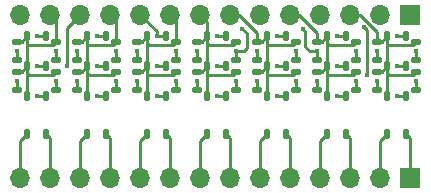
<source format=gtl>
G04 #@! TF.GenerationSoftware,KiCad,Pcbnew,(6.0.0)*
G04 #@! TF.CreationDate,2022-11-09T00:21:30-05:00*
G04 #@! TF.ProjectId,0603 display board,30363033-2064-4697-9370-6c617920626f,rev?*
G04 #@! TF.SameCoordinates,Original*
G04 #@! TF.FileFunction,Copper,L1,Top*
G04 #@! TF.FilePolarity,Positive*
%FSLAX46Y46*%
G04 Gerber Fmt 4.6, Leading zero omitted, Abs format (unit mm)*
G04 Created by KiCad (PCBNEW (6.0.0)) date 2022-11-09 00:21:30*
%MOMM*%
%LPD*%
G01*
G04 APERTURE LIST*
G04 Aperture macros list*
%AMRoundRect*
0 Rectangle with rounded corners*
0 $1 Rounding radius*
0 $2 $3 $4 $5 $6 $7 $8 $9 X,Y pos of 4 corners*
0 Add a 4 corners polygon primitive as box body*
4,1,4,$2,$3,$4,$5,$6,$7,$8,$9,$2,$3,0*
0 Add four circle primitives for the rounded corners*
1,1,$1+$1,$2,$3*
1,1,$1+$1,$4,$5*
1,1,$1+$1,$6,$7*
1,1,$1+$1,$8,$9*
0 Add four rect primitives between the rounded corners*
20,1,$1+$1,$2,$3,$4,$5,0*
20,1,$1+$1,$4,$5,$6,$7,0*
20,1,$1+$1,$6,$7,$8,$9,0*
20,1,$1+$1,$8,$9,$2,$3,0*%
G04 Aperture macros list end*
G04 #@! TA.AperFunction,SMDPad,CuDef*
%ADD10RoundRect,0.125000X0.275000X-0.125000X0.275000X0.125000X-0.275000X0.125000X-0.275000X-0.125000X0*%
G04 #@! TD*
G04 #@! TA.AperFunction,SMDPad,CuDef*
%ADD11RoundRect,0.125000X0.125000X0.275000X-0.125000X0.275000X-0.125000X-0.275000X0.125000X-0.275000X0*%
G04 #@! TD*
G04 #@! TA.AperFunction,ComponentPad*
%ADD12R,1.700000X1.700000*%
G04 #@! TD*
G04 #@! TA.AperFunction,ComponentPad*
%ADD13O,1.700000X1.700000*%
G04 #@! TD*
G04 #@! TA.AperFunction,ViaPad*
%ADD14C,0.400000*%
G04 #@! TD*
G04 #@! TA.AperFunction,Conductor*
%ADD15C,0.250000*%
G04 #@! TD*
G04 APERTURE END LIST*
D10*
X148844000Y-90957500D03*
X148844000Y-89382500D03*
D11*
X141122500Y-94615000D03*
X139547500Y-94615000D03*
X156362500Y-88900000D03*
X154787500Y-88900000D03*
X166522500Y-94615000D03*
X164947500Y-94615000D03*
X151282500Y-91440000D03*
X149707500Y-91440000D03*
D10*
X157226000Y-88417500D03*
X157226000Y-86842500D03*
D11*
X136042500Y-94615000D03*
X134467500Y-94615000D03*
D10*
X148844000Y-88417500D03*
X148844000Y-86842500D03*
D11*
X136042500Y-91440000D03*
X134467500Y-91440000D03*
D10*
X136906000Y-90957500D03*
X136906000Y-89382500D03*
D11*
X166522500Y-91440000D03*
X164947500Y-91440000D03*
D10*
X147066000Y-88417500D03*
X147066000Y-86842500D03*
D11*
X156362500Y-94615000D03*
X154787500Y-94615000D03*
D10*
X143764000Y-88417500D03*
X143764000Y-86842500D03*
D11*
X166522500Y-86360000D03*
X164947500Y-86360000D03*
X146202500Y-91440000D03*
X144627500Y-91440000D03*
X151282500Y-88900000D03*
X149707500Y-88900000D03*
D10*
X159004000Y-88417500D03*
X159004000Y-86842500D03*
X133604000Y-90957500D03*
X133604000Y-89382500D03*
D11*
X136042500Y-88900000D03*
X134467500Y-88900000D03*
X146202500Y-94615000D03*
X144627500Y-94615000D03*
D10*
X162306000Y-90957500D03*
X162306000Y-89382500D03*
D11*
X151282500Y-86360000D03*
X149707500Y-86360000D03*
D10*
X152146000Y-90957500D03*
X152146000Y-89382500D03*
X143764000Y-90957500D03*
X143764000Y-89382500D03*
D11*
X146202500Y-86360000D03*
X144627500Y-86360000D03*
X161442500Y-94615000D03*
X159867500Y-94615000D03*
D10*
X138684000Y-90957500D03*
X138684000Y-89382500D03*
X164084000Y-88417500D03*
X164084000Y-86842500D03*
X153924000Y-88417500D03*
X153924000Y-86842500D03*
X167386000Y-88417500D03*
X167386000Y-86842500D03*
D11*
X156362500Y-91440000D03*
X154787500Y-91440000D03*
X151282500Y-94615000D03*
X149707500Y-94615000D03*
X141122500Y-86360000D03*
X139547500Y-86360000D03*
X136042500Y-86360000D03*
X134467500Y-86360000D03*
D10*
X157226000Y-90957500D03*
X157226000Y-89382500D03*
X133604000Y-88417500D03*
X133604000Y-86842500D03*
X167386000Y-90957500D03*
X167386000Y-89382500D03*
D11*
X141122500Y-88900000D03*
X139547500Y-88900000D03*
X161442500Y-91440000D03*
X159867500Y-91440000D03*
X146202500Y-88900000D03*
X144627500Y-88900000D03*
D10*
X152146000Y-88417500D03*
X152146000Y-86842500D03*
X162306000Y-88417500D03*
X162306000Y-86842500D03*
X159004000Y-90957500D03*
X159004000Y-89382500D03*
X141986000Y-90957500D03*
X141986000Y-89382500D03*
X147066000Y-90957500D03*
X147066000Y-89382500D03*
X141986000Y-88417500D03*
X141986000Y-86842500D03*
D11*
X161442500Y-88900000D03*
X159867500Y-88900000D03*
D10*
X136906000Y-88417500D03*
X136906000Y-86842500D03*
X164084000Y-90957500D03*
X164084000Y-89382500D03*
X138684000Y-88417500D03*
X138684000Y-86842500D03*
X153924000Y-90957500D03*
X153924000Y-89382500D03*
D11*
X161442500Y-86360000D03*
X159867500Y-86360000D03*
X166522500Y-88900000D03*
X164947500Y-88900000D03*
X156362500Y-86360000D03*
X154787500Y-86360000D03*
X141122500Y-91440000D03*
X139547500Y-91440000D03*
D12*
X166885000Y-98400000D03*
D13*
X164345000Y-98400000D03*
X161805000Y-98400000D03*
X159265000Y-98400000D03*
X156725000Y-98400000D03*
X154185000Y-98400000D03*
X151645000Y-98400000D03*
X149105000Y-98400000D03*
X146565000Y-98400000D03*
X144025000Y-98400000D03*
X141485000Y-98400000D03*
X138945000Y-98400000D03*
X136405000Y-98400000D03*
X133865000Y-98400000D03*
D12*
X166885000Y-84550000D03*
D13*
X164345000Y-84550000D03*
X161805000Y-84550000D03*
X159265000Y-84550000D03*
X156725000Y-84550000D03*
X154185000Y-84550000D03*
X151645000Y-84550000D03*
X149105000Y-84550000D03*
X146565000Y-84550000D03*
X144025000Y-84550000D03*
X141485000Y-84550000D03*
X138945000Y-84550000D03*
X136405000Y-84550000D03*
X133865000Y-84550000D03*
D14*
X153924000Y-87630000D03*
X133604000Y-87630000D03*
X164084000Y-87630000D03*
X148844000Y-87630000D03*
X138684000Y-87630000D03*
X157797500Y-85788500D03*
X143764000Y-87630000D03*
X159004000Y-87630000D03*
X159004000Y-90170000D03*
X148844000Y-90170000D03*
X153924000Y-90170000D03*
X143764000Y-90170000D03*
X162941000Y-85598000D03*
X163211511Y-89645489D03*
X138684000Y-90170000D03*
X133604000Y-90170000D03*
X164084000Y-90170000D03*
X165735000Y-86360000D03*
X145415000Y-86360000D03*
X160655000Y-86360000D03*
X150495000Y-86360000D03*
X140335000Y-86360000D03*
X155575000Y-86360000D03*
X135255000Y-86360000D03*
X135255000Y-88900000D03*
X137795000Y-88900000D03*
X165735000Y-88900000D03*
X160655000Y-88900000D03*
X145415000Y-88900000D03*
X140335000Y-88900000D03*
X155575000Y-88900000D03*
X150495000Y-88900000D03*
X165735000Y-91440000D03*
X145415000Y-91440000D03*
X150495000Y-91440000D03*
X160655000Y-91440000D03*
X155575000Y-91440000D03*
X140335000Y-91440000D03*
X135255000Y-91440000D03*
X152146000Y-87630000D03*
X167386000Y-87630000D03*
X136906000Y-87630000D03*
X162306000Y-87630000D03*
X141986000Y-87630000D03*
X152654000Y-85725000D03*
X157226000Y-87630000D03*
X147066000Y-87630000D03*
X141986000Y-90170000D03*
X162306000Y-90170000D03*
X157226000Y-90170000D03*
X167386000Y-90170000D03*
X136906000Y-90170000D03*
X147066000Y-90170000D03*
X152146000Y-90170000D03*
D15*
X153924000Y-88417500D02*
X153924000Y-87630000D01*
X133604000Y-88417500D02*
X133604000Y-87630000D01*
X159004000Y-88417500D02*
X159004000Y-87630000D01*
X157988000Y-87249000D02*
X157988000Y-85979000D01*
X159004000Y-87630000D02*
X158369000Y-87630000D01*
X164084000Y-88417500D02*
X164084000Y-87630000D01*
X148844000Y-88417500D02*
X148844000Y-87630000D01*
X157988000Y-85979000D02*
X157797500Y-85788500D01*
X138684000Y-88417500D02*
X138684000Y-87630000D01*
X143764000Y-88417500D02*
X143764000Y-87630000D01*
X158369000Y-87630000D02*
X157988000Y-87249000D01*
X164345000Y-95217500D02*
X164345000Y-98400000D01*
X164947500Y-94615000D02*
X164345000Y-95217500D01*
X143764000Y-90957500D02*
X143764000Y-90170000D01*
X159004000Y-90957500D02*
X159004000Y-90170000D01*
X148844000Y-90957500D02*
X148844000Y-90170000D01*
X133604000Y-90957500D02*
X133604000Y-90170000D01*
X138684000Y-90957500D02*
X138684000Y-90170000D01*
X164084000Y-90957500D02*
X164084000Y-90170000D01*
X163211511Y-85868511D02*
X162941000Y-85598000D01*
X153924000Y-90957500D02*
X153924000Y-90170000D01*
X163211511Y-89645489D02*
X163211511Y-85868511D01*
X156362500Y-86360000D02*
X155575000Y-86360000D01*
X161442500Y-86360000D02*
X160655000Y-86360000D01*
X145415000Y-86360000D02*
X145415000Y-85940000D01*
X136042500Y-86360000D02*
X135255000Y-86360000D01*
X146202500Y-86360000D02*
X145415000Y-86360000D01*
X145415000Y-85940000D02*
X144025000Y-84550000D01*
X141122500Y-86360000D02*
X140335000Y-86360000D01*
X151282500Y-86360000D02*
X150495000Y-86360000D01*
X166522500Y-86360000D02*
X165735000Y-86360000D01*
X141122500Y-88900000D02*
X140335000Y-88900000D01*
X137795000Y-88900000D02*
X137795000Y-85700000D01*
X137795000Y-85700000D02*
X138945000Y-84550000D01*
X136042500Y-88900000D02*
X135255000Y-88900000D01*
X161442500Y-88900000D02*
X160655000Y-88900000D01*
X151282500Y-88900000D02*
X150495000Y-88900000D01*
X166522500Y-88900000D02*
X165735000Y-88900000D01*
X146202500Y-88900000D02*
X145415000Y-88900000D01*
X156362500Y-88900000D02*
X155575000Y-88900000D01*
X161442500Y-91440000D02*
X160655000Y-91440000D01*
X156362500Y-91440000D02*
X155575000Y-91440000D01*
X151282500Y-91440000D02*
X150495000Y-91440000D01*
X141122500Y-91440000D02*
X140335000Y-91440000D01*
X136042500Y-91440000D02*
X135255000Y-91440000D01*
X166522500Y-91440000D02*
X165735000Y-91440000D01*
X146202500Y-91440000D02*
X145415000Y-91440000D01*
X162306000Y-88417500D02*
X162306000Y-87630000D01*
X167386000Y-88417500D02*
X167386000Y-87630000D01*
X147066000Y-88417500D02*
X147066000Y-87630000D01*
X153035000Y-87376000D02*
X153035000Y-86106000D01*
X153035000Y-86106000D02*
X152654000Y-85725000D01*
X157226000Y-88417500D02*
X157226000Y-87630000D01*
X152146000Y-87630000D02*
X152781000Y-87630000D01*
X152781000Y-87630000D02*
X153035000Y-87376000D01*
X136906000Y-88417500D02*
X136906000Y-87630000D01*
X152146000Y-88417500D02*
X152146000Y-87630000D01*
X141986000Y-88417500D02*
X141986000Y-87630000D01*
X147066000Y-90957500D02*
X147066000Y-90170000D01*
X136906000Y-90957500D02*
X136906000Y-90170000D01*
X141986000Y-90957500D02*
X141986000Y-90170000D01*
X157226000Y-90957500D02*
X157226000Y-90170000D01*
X167386000Y-90957500D02*
X167386000Y-90170000D01*
X152146000Y-90957500D02*
X152146000Y-90170000D01*
X162306000Y-90957500D02*
X162306000Y-90170000D01*
X138945000Y-95217500D02*
X138945000Y-98400000D01*
X139547500Y-94615000D02*
X138945000Y-95217500D01*
X159265000Y-95217500D02*
X159265000Y-98400000D01*
X159867500Y-94615000D02*
X159265000Y-95217500D01*
X134467500Y-94615000D02*
X133865000Y-95217500D01*
X133865000Y-95217500D02*
X133865000Y-98400000D01*
X154787500Y-94615000D02*
X154185000Y-95217500D01*
X154185000Y-95217500D02*
X154185000Y-98400000D01*
X149707500Y-94615000D02*
X149105000Y-95217500D01*
X149105000Y-95217500D02*
X149105000Y-98400000D01*
X166885000Y-94977500D02*
X166885000Y-98400000D01*
X166522500Y-94615000D02*
X166885000Y-94977500D01*
X161442500Y-94615000D02*
X161805000Y-94977500D01*
X161805000Y-94977500D02*
X161805000Y-98400000D01*
X156725000Y-94977500D02*
X156725000Y-98400000D01*
X156362500Y-94615000D02*
X156725000Y-94977500D01*
X151645000Y-94977500D02*
X151645000Y-98400000D01*
X151282500Y-94615000D02*
X151645000Y-94977500D01*
X146202500Y-94615000D02*
X146565000Y-94977500D01*
X146565000Y-94977500D02*
X146565000Y-98400000D01*
X144627500Y-94615000D02*
X144025000Y-95217500D01*
X144025000Y-95217500D02*
X144025000Y-98400000D01*
X141122500Y-94615000D02*
X141485000Y-94977500D01*
X141485000Y-94977500D02*
X141485000Y-98400000D01*
X136042500Y-94615000D02*
X136405000Y-94977500D01*
X136405000Y-94977500D02*
X136405000Y-98400000D01*
X134467500Y-89509500D02*
X134467500Y-88900000D01*
X136906000Y-86842500D02*
X136663980Y-87084520D01*
X134467500Y-88900000D02*
X134467500Y-87020500D01*
X134531520Y-87084520D02*
X134467500Y-87020500D01*
X134467500Y-87020500D02*
X134467500Y-86360000D01*
X133985000Y-86842500D02*
X134467500Y-86360000D01*
X136663980Y-87084520D02*
X134531520Y-87084520D01*
X136906000Y-85051000D02*
X136405000Y-84550000D01*
X134582520Y-89624520D02*
X134467500Y-89509500D01*
X136906000Y-86842500D02*
X136906000Y-85051000D01*
X133985000Y-89382500D02*
X134467500Y-88900000D01*
X133604000Y-86842500D02*
X133985000Y-86842500D01*
X134467500Y-91440000D02*
X134467500Y-89509500D01*
X133604000Y-89382500D02*
X133985000Y-89382500D01*
X136906000Y-89382500D02*
X136663980Y-89624520D01*
X136663980Y-89624520D02*
X134582520Y-89624520D01*
X162306000Y-89382500D02*
X162026500Y-89662000D01*
X159867500Y-86969500D02*
X159867500Y-86360000D01*
X159385000Y-89382500D02*
X159867500Y-88900000D01*
X162026500Y-89662000D02*
X159969000Y-89662000D01*
X159385000Y-86842500D02*
X159867500Y-86360000D01*
X159867500Y-91440000D02*
X159867500Y-89560500D01*
X159867500Y-88900000D02*
X159867500Y-86969500D01*
X159004000Y-86842500D02*
X159385000Y-86842500D01*
X157448000Y-84550000D02*
X156725000Y-84550000D01*
X159004000Y-89382500D02*
X159385000Y-89382500D01*
X159982520Y-87084520D02*
X159867500Y-86969500D01*
X162306000Y-86842500D02*
X162063980Y-87084520D01*
X159969000Y-89662000D02*
X159867500Y-89560500D01*
X159867500Y-89560500D02*
X159867500Y-88900000D01*
X162063980Y-87084520D02*
X159982520Y-87084520D01*
X159004000Y-86106000D02*
X157448000Y-84550000D01*
X159004000Y-86842500D02*
X159004000Y-86106000D01*
X139547500Y-91440000D02*
X139547500Y-89509500D01*
X138684000Y-89382500D02*
X139065000Y-89382500D01*
X141743980Y-89624520D02*
X139662520Y-89624520D01*
X141743980Y-87084520D02*
X139611520Y-87084520D01*
X138684000Y-86842500D02*
X139065000Y-86842500D01*
X139547500Y-87020500D02*
X139547500Y-86360000D01*
X139662520Y-89624520D02*
X139547500Y-89509500D01*
X141986000Y-86842500D02*
X141743980Y-87084520D01*
X139065000Y-86842500D02*
X139547500Y-86360000D01*
X139065000Y-89382500D02*
X139547500Y-88900000D01*
X141986000Y-85051000D02*
X141485000Y-84550000D01*
X139547500Y-88900000D02*
X139547500Y-87020500D01*
X139611520Y-87084520D02*
X139547500Y-87020500D01*
X141986000Y-86842500D02*
X141986000Y-85051000D01*
X139547500Y-89509500D02*
X139547500Y-88900000D01*
X141986000Y-89382500D02*
X141743980Y-89624520D01*
X164465000Y-89382500D02*
X164947500Y-88900000D01*
X164084000Y-85979000D02*
X162655000Y-84550000D01*
X167143980Y-87084520D02*
X165011520Y-87084520D01*
X164947500Y-87020500D02*
X164947500Y-86360000D01*
X164084000Y-86842500D02*
X164465000Y-86842500D01*
X167386000Y-89382500D02*
X167143980Y-89624520D01*
X164084000Y-89382500D02*
X164465000Y-89382500D01*
X164465000Y-86842500D02*
X164947500Y-86360000D01*
X164947500Y-89509500D02*
X164947500Y-88900000D01*
X167143980Y-89624520D02*
X165062520Y-89624520D01*
X165062520Y-89624520D02*
X164947500Y-89509500D01*
X165011520Y-87084520D02*
X164947500Y-87020500D01*
X164084000Y-86842500D02*
X164084000Y-85979000D01*
X162655000Y-84550000D02*
X161805000Y-84550000D01*
X167386000Y-86842500D02*
X167143980Y-87084520D01*
X164947500Y-91440000D02*
X164947500Y-89509500D01*
X164947500Y-88900000D02*
X164947500Y-87020500D01*
X144627500Y-91440000D02*
X144627500Y-89763500D01*
X143764000Y-86842500D02*
X144145000Y-86842500D01*
X147066000Y-85051000D02*
X146565000Y-84550000D01*
X146786500Y-87122000D02*
X144780000Y-87122000D01*
X144780000Y-87122000D02*
X144627500Y-86969500D01*
X144145000Y-86842500D02*
X144627500Y-86360000D01*
X144627500Y-88900000D02*
X144627500Y-86969500D01*
X145579480Y-89624520D02*
X144691520Y-89624520D01*
X144627500Y-89763500D02*
X144627500Y-89560500D01*
X144627500Y-86969500D02*
X144627500Y-86360000D01*
X147066000Y-89382500D02*
X146823980Y-89624520D01*
X145579480Y-89624520D02*
X144766480Y-89624520D01*
X146823980Y-89624520D02*
X145579480Y-89624520D01*
X144145000Y-89382500D02*
X144627500Y-88900000D01*
X143764000Y-89382500D02*
X144145000Y-89382500D01*
X144691520Y-89624520D02*
X144627500Y-89560500D01*
X144627500Y-89560500D02*
X144627500Y-88900000D01*
X147066000Y-86842500D02*
X146786500Y-87122000D01*
X147066000Y-86842500D02*
X147066000Y-85051000D01*
X148844000Y-86842500D02*
X149225000Y-86842500D01*
X149707500Y-91440000D02*
X149707500Y-89560500D01*
X149707500Y-86969500D02*
X149707500Y-86360000D01*
X152146000Y-86842500D02*
X151903980Y-87084520D01*
X152146000Y-89382500D02*
X151903980Y-89624520D01*
X149771520Y-89624520D02*
X149707500Y-89560500D01*
X149707500Y-89560500D02*
X149707500Y-88900000D01*
X149707500Y-86360000D02*
X149707500Y-85152500D01*
X151903980Y-89624520D02*
X149771520Y-89624520D01*
X149707500Y-88900000D02*
X149707500Y-86969500D01*
X151903980Y-87084520D02*
X149822520Y-87084520D01*
X149822520Y-87084520D02*
X149707500Y-86969500D01*
X149225000Y-89382500D02*
X149707500Y-88900000D01*
X148844000Y-89382500D02*
X149225000Y-89382500D01*
X149225000Y-86842500D02*
X149707500Y-86360000D01*
X149707500Y-85152500D02*
X149105000Y-84550000D01*
X154787500Y-91440000D02*
X154787500Y-89560500D01*
X157226000Y-86842500D02*
X156983980Y-87084520D01*
X154787500Y-88900000D02*
X154787500Y-87020500D01*
X152368000Y-84550000D02*
X151645000Y-84550000D01*
X154787500Y-89560500D02*
X154787500Y-88900000D01*
X153924000Y-86106000D02*
X152368000Y-84550000D01*
X153924000Y-89382500D02*
X154305000Y-89382500D01*
X153924000Y-86842500D02*
X153924000Y-86106000D01*
X153924000Y-86842500D02*
X154305000Y-86842500D01*
X154851520Y-89624520D02*
X154787500Y-89560500D01*
X154305000Y-86842500D02*
X154787500Y-86360000D01*
X154787500Y-87020500D02*
X154787500Y-86360000D01*
X156983980Y-89624520D02*
X154851520Y-89624520D01*
X157226000Y-89382500D02*
X156983980Y-89624520D01*
X154851520Y-87084520D02*
X154787500Y-87020500D01*
X154305000Y-89382500D02*
X154787500Y-88900000D01*
X156983980Y-87084520D02*
X154851520Y-87084520D01*
M02*

</source>
